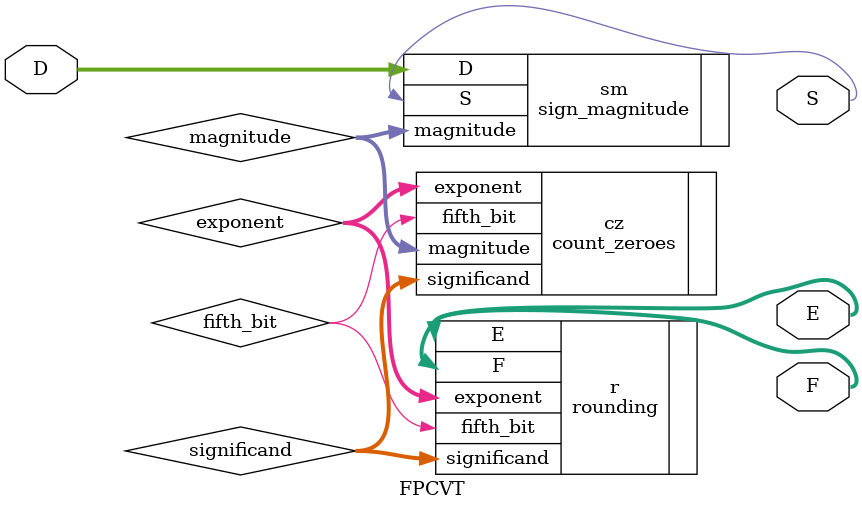
<source format=v>
`timescale 1ns / 1ps
module FPCVT(D, S, E, F
    );
	input [11:0] D;

	output wire S;
	output wire [2:0] E;
	output wire [3:0] F;

	wire [11:0] magnitude;

	sign_magnitude sm(
		.D(D), .S(S), .magnitude(magnitude)
	);

	wire [2:0] exponent;
	wire [3:0] significand;
	wire fifth_bit;

	count_zeroes cz(
		.magnitude(magnitude), .exponent(exponent), .significand(significand), .fifth_bit(fifth_bit)
	);

	rounding r(
		.exponent(exponent), .significand(significand), .fifth_bit(fifth_bit), .E(E), .F(F)
	);

endmodule

</source>
